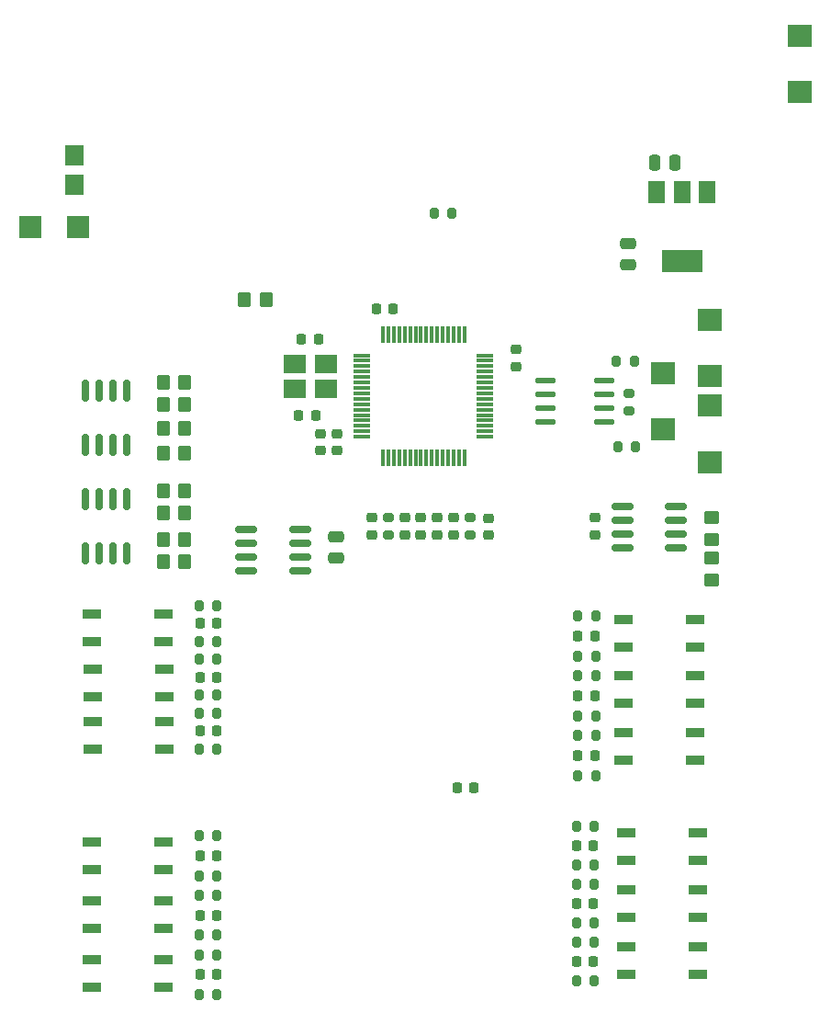
<source format=gbr>
%TF.GenerationSoftware,KiCad,Pcbnew,8.0.0-rc1-91-gb65fa46c3c*%
%TF.CreationDate,2024-02-01T16:18:31+08:00*%
%TF.ProjectId,_____,d0a8a736-612e-46b6-9963-61645f706362,rev?*%
%TF.SameCoordinates,Original*%
%TF.FileFunction,Paste,Top*%
%TF.FilePolarity,Positive*%
%FSLAX46Y46*%
G04 Gerber Fmt 4.6, Leading zero omitted, Abs format (unit mm)*
G04 Created by KiCad (PCBNEW 8.0.0-rc1-91-gb65fa46c3c) date 2024-02-01 16:18:31*
%MOMM*%
%LPD*%
G01*
G04 APERTURE LIST*
G04 Aperture macros list*
%AMRoundRect*
0 Rectangle with rounded corners*
0 $1 Rounding radius*
0 $2 $3 $4 $5 $6 $7 $8 $9 X,Y pos of 4 corners*
0 Add a 4 corners polygon primitive as box body*
4,1,4,$2,$3,$4,$5,$6,$7,$8,$9,$2,$3,0*
0 Add four circle primitives for the rounded corners*
1,1,$1+$1,$2,$3*
1,1,$1+$1,$4,$5*
1,1,$1+$1,$6,$7*
1,1,$1+$1,$8,$9*
0 Add four rect primitives between the rounded corners*
20,1,$1+$1,$2,$3,$4,$5,0*
20,1,$1+$1,$4,$5,$6,$7,0*
20,1,$1+$1,$6,$7,$8,$9,0*
20,1,$1+$1,$8,$9,$2,$3,0*%
G04 Aperture macros list end*
%ADD10RoundRect,0.200000X0.200000X0.275000X-0.200000X0.275000X-0.200000X-0.275000X0.200000X-0.275000X0*%
%ADD11RoundRect,0.225000X0.250000X-0.225000X0.250000X0.225000X-0.250000X0.225000X-0.250000X-0.225000X0*%
%ADD12RoundRect,0.225000X-0.250000X0.225000X-0.250000X-0.225000X0.250000X-0.225000X0.250000X0.225000X0*%
%ADD13RoundRect,0.200000X-0.200000X-0.275000X0.200000X-0.275000X0.200000X0.275000X-0.200000X0.275000X0*%
%ADD14RoundRect,0.218750X-0.218750X-0.256250X0.218750X-0.256250X0.218750X0.256250X-0.218750X0.256250X0*%
%ADD15RoundRect,0.218750X0.218750X0.256250X-0.218750X0.256250X-0.218750X-0.256250X0.218750X-0.256250X0*%
%ADD16RoundRect,0.250000X-0.450000X0.350000X-0.450000X-0.350000X0.450000X-0.350000X0.450000X0.350000X0*%
%ADD17RoundRect,0.250000X0.350000X0.450000X-0.350000X0.450000X-0.350000X-0.450000X0.350000X-0.450000X0*%
%ADD18R,2.000000X2.000000*%
%ADD19R,1.700000X0.950000*%
%ADD20R,2.241000X2.047500*%
%ADD21RoundRect,0.250000X-0.350000X-0.450000X0.350000X-0.450000X0.350000X0.450000X-0.350000X0.450000X0*%
%ADD22RoundRect,0.150000X0.150000X-0.825000X0.150000X0.825000X-0.150000X0.825000X-0.150000X-0.825000X0*%
%ADD23RoundRect,0.250000X-0.475000X0.250000X-0.475000X-0.250000X0.475000X-0.250000X0.475000X0.250000X0*%
%ADD24O,1.950000X0.568500*%
%ADD25R,1.728000X1.935000*%
%ADD26RoundRect,0.200000X0.275000X-0.200000X0.275000X0.200000X-0.275000X0.200000X-0.275000X-0.200000X0*%
%ADD27RoundRect,0.250000X0.475000X-0.250000X0.475000X0.250000X-0.475000X0.250000X-0.475000X-0.250000X0*%
%ADD28RoundRect,0.250000X-0.250000X-0.475000X0.250000X-0.475000X0.250000X0.475000X-0.250000X0.475000X0*%
%ADD29RoundRect,0.225000X-0.225000X-0.250000X0.225000X-0.250000X0.225000X0.250000X-0.225000X0.250000X0*%
%ADD30RoundRect,0.075000X-0.700000X-0.075000X0.700000X-0.075000X0.700000X0.075000X-0.700000X0.075000X0*%
%ADD31RoundRect,0.075000X-0.075000X-0.700000X0.075000X-0.700000X0.075000X0.700000X-0.075000X0.700000X0*%
%ADD32RoundRect,0.250000X0.450000X-0.350000X0.450000X0.350000X-0.450000X0.350000X-0.450000X-0.350000X0*%
%ADD33R,1.500000X2.000000*%
%ADD34R,3.800000X2.000000*%
%ADD35RoundRect,0.150000X0.825000X0.150000X-0.825000X0.150000X-0.825000X-0.150000X0.825000X-0.150000X0*%
%ADD36RoundRect,0.150000X-0.825000X-0.150000X0.825000X-0.150000X0.825000X0.150000X-0.825000X0.150000X0*%
%ADD37R,2.100000X1.800000*%
G04 APERTURE END LIST*
D10*
%TO.C,R22*%
X48387000Y-113145250D03*
X46737000Y-113145250D03*
%TD*%
D11*
%TO.C,C14*%
X57937000Y-73996000D03*
X57937000Y-72446000D03*
%TD*%
D10*
%TO.C,R29*%
X83289000Y-103927000D03*
X81639000Y-103927000D03*
%TD*%
D12*
%TO.C,C11*%
X75937000Y-64686000D03*
X75937000Y-66236000D03*
%TD*%
D13*
%TO.C,R28*%
X81537000Y-108579000D03*
X83187000Y-108579000D03*
%TD*%
D14*
%TO.C,D4*%
X46814500Y-122243375D03*
X48389500Y-122243375D03*
%TD*%
D15*
%TO.C,D8*%
X83107500Y-115710000D03*
X81532500Y-115710000D03*
%TD*%
D16*
%TO.C,R10*%
X93980000Y-83903000D03*
X93980000Y-85903000D03*
%TD*%
D10*
%TO.C,R27*%
X83187000Y-112155000D03*
X81537000Y-112155000D03*
%TD*%
D17*
%TO.C,R6*%
X45425000Y-71970000D03*
X43425000Y-71970000D03*
%TD*%
D11*
%TO.C,C16*%
X62687000Y-81736000D03*
X62687000Y-80186000D03*
%TD*%
D15*
%TO.C,D11*%
X83211500Y-96569000D03*
X81636500Y-96569000D03*
%TD*%
D18*
%TO.C,D17*%
X35601000Y-53381000D03*
X31201000Y-53381000D03*
%TD*%
D13*
%TO.C,R34*%
X81639000Y-89211000D03*
X83289000Y-89211000D03*
%TD*%
D10*
%TO.C,R16*%
X48384500Y-91587000D03*
X46734500Y-91587000D03*
%TD*%
D17*
%TO.C,R41*%
X52933600Y-60096400D03*
X50933600Y-60096400D03*
%TD*%
D19*
%TO.C,U17*%
X86106000Y-114433000D03*
X86106000Y-116973000D03*
X92706000Y-116973000D03*
X92706000Y-114433000D03*
%TD*%
D20*
%TO.C,D16*%
X93853000Y-69850000D03*
X93853000Y-75033000D03*
%TD*%
D12*
%TO.C,C12*%
X73437000Y-80196000D03*
X73437000Y-81746000D03*
%TD*%
D20*
%TO.C,D14*%
X89535000Y-72060500D03*
X89535000Y-66877500D03*
%TD*%
D14*
%TO.C,D1*%
X46812000Y-99812000D03*
X48387000Y-99812000D03*
%TD*%
D21*
%TO.C,R1*%
X43425000Y-67720000D03*
X45425000Y-67720000D03*
%TD*%
D17*
%TO.C,R8*%
X45425000Y-82220000D03*
X43425000Y-82220000D03*
%TD*%
D22*
%TO.C,U6*%
X36270000Y-73445000D03*
X37540000Y-73445000D03*
X38810000Y-73445000D03*
X40080000Y-73445000D03*
X40080000Y-68495000D03*
X38810000Y-68495000D03*
X37540000Y-68495000D03*
X36270000Y-68495000D03*
%TD*%
D23*
%TO.C,C6*%
X86250000Y-54950000D03*
X86250000Y-56850000D03*
%TD*%
D24*
%TO.C,U22*%
X78702000Y-67564000D03*
X78702000Y-68834000D03*
X78702000Y-70104000D03*
X78702000Y-71374000D03*
X84112000Y-71374000D03*
X84112000Y-70104000D03*
X84112000Y-68834000D03*
X84112000Y-67564000D03*
%TD*%
D25*
%TO.C,U9*%
X35208500Y-49500500D03*
X35208500Y-46765500D03*
%TD*%
D10*
%TO.C,R14*%
X48384500Y-101473000D03*
X46734500Y-101473000D03*
%TD*%
D14*
%TO.C,D6*%
X46814500Y-111309625D03*
X48389500Y-111309625D03*
%TD*%
D13*
%TO.C,R30*%
X81639000Y-100228000D03*
X83289000Y-100228000D03*
%TD*%
D15*
%TO.C,D12*%
X83211500Y-91060500D03*
X81636500Y-91060500D03*
%TD*%
D19*
%TO.C,U12*%
X43432000Y-91567000D03*
X43432000Y-89027000D03*
X36832000Y-89027000D03*
X36832000Y-91567000D03*
%TD*%
D26*
%TO.C,L2*%
X64187000Y-81786000D03*
X64187000Y-80136000D03*
%TD*%
D19*
%TO.C,U21*%
X85854000Y-89535000D03*
X85854000Y-92075000D03*
X92454000Y-92075000D03*
X92454000Y-89535000D03*
%TD*%
D10*
%TO.C,R20*%
X48387000Y-118612125D03*
X46737000Y-118612125D03*
%TD*%
%TO.C,R31*%
X83289000Y-98418500D03*
X81639000Y-98418500D03*
%TD*%
%TO.C,R15*%
X48384500Y-96530000D03*
X46734500Y-96530000D03*
%TD*%
D19*
%TO.C,U10*%
X43559000Y-101473000D03*
X43559000Y-98933000D03*
X36959000Y-98933000D03*
X36959000Y-101473000D03*
%TD*%
D11*
%TO.C,C20*%
X83230000Y-81728000D03*
X83230000Y-80178000D03*
%TD*%
D15*
%TO.C,D10*%
X83211500Y-102077500D03*
X81636500Y-102077500D03*
%TD*%
D13*
%TO.C,R17*%
X46737000Y-120407750D03*
X48387000Y-120407750D03*
%TD*%
D14*
%TO.C,D3*%
X46812000Y-89926000D03*
X48387000Y-89926000D03*
%TD*%
D13*
%TO.C,R24*%
X81537000Y-119266000D03*
X83187000Y-119266000D03*
%TD*%
D27*
%TO.C,C15*%
X59399000Y-83866000D03*
X59399000Y-81966000D03*
%TD*%
D17*
%TO.C,R2*%
X45425000Y-69720000D03*
X43425000Y-69720000D03*
%TD*%
D10*
%TO.C,R18*%
X48387000Y-124079000D03*
X46737000Y-124079000D03*
%TD*%
D28*
%TO.C,C5*%
X88712000Y-47498000D03*
X90612000Y-47498000D03*
%TD*%
D11*
%TO.C,C13*%
X59437000Y-73996000D03*
X59437000Y-72446000D03*
%TD*%
D10*
%TO.C,R23*%
X83187000Y-122842000D03*
X81537000Y-122842000D03*
%TD*%
D17*
%TO.C,R4*%
X45425000Y-79720000D03*
X43425000Y-79720000D03*
%TD*%
D29*
%TO.C,C10*%
X63093000Y-60960000D03*
X64643000Y-60960000D03*
%TD*%
D13*
%TO.C,R32*%
X81639000Y-94719500D03*
X83289000Y-94719500D03*
%TD*%
D19*
%TO.C,U14*%
X43432000Y-117990000D03*
X43432000Y-115450000D03*
X36832000Y-115450000D03*
X36832000Y-117990000D03*
%TD*%
D13*
%TO.C,R13*%
X46734500Y-88265000D03*
X48384500Y-88265000D03*
%TD*%
D29*
%TO.C,C22*%
X56162000Y-63721000D03*
X57712000Y-63721000D03*
%TD*%
D12*
%TO.C,C8*%
X70187000Y-80186000D03*
X70187000Y-81736000D03*
%TD*%
D29*
%TO.C,C23*%
X55912000Y-70721000D03*
X57462000Y-70721000D03*
%TD*%
D13*
%TO.C,R35*%
X46734500Y-98151000D03*
X48384500Y-98151000D03*
%TD*%
D21*
%TO.C,R7*%
X43425000Y-84220000D03*
X45425000Y-84220000D03*
%TD*%
D19*
%TO.C,U20*%
X85854000Y-94742000D03*
X85854000Y-97282000D03*
X92454000Y-97282000D03*
X92454000Y-94742000D03*
%TD*%
D13*
%TO.C,R11*%
X68421000Y-52114000D03*
X70071000Y-52114000D03*
%TD*%
D10*
%TO.C,R38*%
X86868000Y-65786000D03*
X85218000Y-65786000D03*
%TD*%
D30*
%TO.C,U3*%
X61762000Y-65211000D03*
X61762000Y-65711000D03*
X61762000Y-66211000D03*
X61762000Y-66711000D03*
X61762000Y-67211000D03*
X61762000Y-67711000D03*
X61762000Y-68211000D03*
X61762000Y-68711000D03*
X61762000Y-69211000D03*
X61762000Y-69711000D03*
X61762000Y-70211000D03*
X61762000Y-70711000D03*
X61762000Y-71211000D03*
X61762000Y-71711000D03*
X61762000Y-72211000D03*
X61762000Y-72711000D03*
D31*
X63687000Y-74636000D03*
X64187000Y-74636000D03*
X64687000Y-74636000D03*
X65187000Y-74636000D03*
X65687000Y-74636000D03*
X66187000Y-74636000D03*
X66687000Y-74636000D03*
X67187000Y-74636000D03*
X67687000Y-74636000D03*
X68187000Y-74636000D03*
X68687000Y-74636000D03*
X69187000Y-74636000D03*
X69687000Y-74636000D03*
X70187000Y-74636000D03*
X70687000Y-74636000D03*
X71187000Y-74636000D03*
D30*
X73112000Y-72711000D03*
X73112000Y-72211000D03*
X73112000Y-71711000D03*
X73112000Y-71211000D03*
X73112000Y-70711000D03*
X73112000Y-70211000D03*
X73112000Y-69711000D03*
X73112000Y-69211000D03*
X73112000Y-68711000D03*
X73112000Y-68211000D03*
X73112000Y-67711000D03*
X73112000Y-67211000D03*
X73112000Y-66711000D03*
X73112000Y-66211000D03*
X73112000Y-65711000D03*
X73112000Y-65211000D03*
D31*
X71187000Y-63286000D03*
X70687000Y-63286000D03*
X70187000Y-63286000D03*
X69687000Y-63286000D03*
X69187000Y-63286000D03*
X68687000Y-63286000D03*
X68187000Y-63286000D03*
X67687000Y-63286000D03*
X67187000Y-63286000D03*
X66687000Y-63286000D03*
X66187000Y-63286000D03*
X65687000Y-63286000D03*
X65187000Y-63286000D03*
X64687000Y-63286000D03*
X64187000Y-63286000D03*
X63687000Y-63286000D03*
%TD*%
D10*
%TO.C,R33*%
X83289000Y-92910000D03*
X81639000Y-92910000D03*
%TD*%
D26*
%TO.C,L1*%
X71687000Y-81796000D03*
X71687000Y-80146000D03*
%TD*%
D13*
%TO.C,R21*%
X46737000Y-109474000D03*
X48387000Y-109474000D03*
%TD*%
D19*
%TO.C,U19*%
X85854000Y-99949000D03*
X85854000Y-102489000D03*
X92454000Y-102489000D03*
X92454000Y-99949000D03*
%TD*%
D13*
%TO.C,R12*%
X46734500Y-93208000D03*
X48384500Y-93208000D03*
%TD*%
D20*
%TO.C,D15*%
X93853000Y-61924500D03*
X93853000Y-67107500D03*
%TD*%
D13*
%TO.C,R19*%
X46737000Y-114940875D03*
X48387000Y-114940875D03*
%TD*%
%TO.C,R26*%
X81535000Y-113922000D03*
X83185000Y-113922000D03*
%TD*%
D15*
%TO.C,D9*%
X83109500Y-110367000D03*
X81534500Y-110367000D03*
%TD*%
D11*
%TO.C,C18*%
X65687000Y-81736000D03*
X65687000Y-80186000D03*
%TD*%
D29*
%TO.C,C21*%
X70499000Y-105000000D03*
X72049000Y-105000000D03*
%TD*%
D10*
%TO.C,R25*%
X83185000Y-117498000D03*
X81535000Y-117498000D03*
%TD*%
D26*
%TO.C,R40*%
X86360000Y-70357000D03*
X86360000Y-68707000D03*
%TD*%
D19*
%TO.C,U18*%
X86108000Y-109220000D03*
X86108000Y-111760000D03*
X92708000Y-111760000D03*
X92708000Y-109220000D03*
%TD*%
D12*
%TO.C,C9*%
X68687000Y-80186000D03*
X68687000Y-81736000D03*
%TD*%
D19*
%TO.C,U11*%
X43559000Y-96647000D03*
X43559000Y-94107000D03*
X36959000Y-94107000D03*
X36959000Y-96647000D03*
%TD*%
D21*
%TO.C,R5*%
X43425000Y-74220000D03*
X45425000Y-74220000D03*
%TD*%
D15*
%TO.C,D7*%
X83109500Y-121054000D03*
X81534500Y-121054000D03*
%TD*%
D19*
%TO.C,U15*%
X43432000Y-112536000D03*
X43432000Y-109996000D03*
X36832000Y-109996000D03*
X36832000Y-112536000D03*
%TD*%
D13*
%TO.C,R39*%
X85345000Y-73660000D03*
X86995000Y-73660000D03*
%TD*%
D32*
%TO.C,R9*%
X93980000Y-82153000D03*
X93980000Y-80153000D03*
%TD*%
D11*
%TO.C,C17*%
X67187000Y-81736000D03*
X67187000Y-80186000D03*
%TD*%
D21*
%TO.C,R3*%
X43425000Y-77724000D03*
X45425000Y-77724000D03*
%TD*%
D22*
%TO.C,U5*%
X36270000Y-83445000D03*
X37540000Y-83445000D03*
X38810000Y-83445000D03*
X40080000Y-83445000D03*
X40080000Y-78495000D03*
X38810000Y-78495000D03*
X37540000Y-78495000D03*
X36270000Y-78495000D03*
%TD*%
D33*
%TO.C,U2*%
X93550000Y-50200000D03*
X91250000Y-50200000D03*
X88950000Y-50200000D03*
D34*
X91250000Y-56500000D03*
%TD*%
D35*
%TO.C,U4*%
X56054000Y-85071000D03*
X56054000Y-83801000D03*
X56054000Y-82531000D03*
X56054000Y-81261000D03*
X51104000Y-81261000D03*
X51104000Y-82531000D03*
X51104000Y-83801000D03*
X51104000Y-85071000D03*
%TD*%
D36*
%TO.C,U7*%
X85780000Y-79168000D03*
X85780000Y-80438000D03*
X85780000Y-81708000D03*
X85780000Y-82978000D03*
X90730000Y-82978000D03*
X90730000Y-81708000D03*
X90730000Y-80438000D03*
X90730000Y-79168000D03*
%TD*%
D20*
%TO.C,D18*%
X102108000Y-35762500D03*
X102108000Y-40945500D03*
%TD*%
D37*
%TO.C,Y1*%
X55537000Y-68271000D03*
X58437000Y-68271000D03*
X58437000Y-65971000D03*
X55537000Y-65971000D03*
%TD*%
D19*
%TO.C,U13*%
X43432000Y-123444000D03*
X43432000Y-120904000D03*
X36832000Y-120904000D03*
X36832000Y-123444000D03*
%TD*%
D14*
%TO.C,D2*%
X46812000Y-94869000D03*
X48387000Y-94869000D03*
%TD*%
D19*
%TO.C,U16*%
X86108000Y-119647000D03*
X86108000Y-122187000D03*
X92708000Y-122187000D03*
X92708000Y-119647000D03*
%TD*%
D14*
%TO.C,D5*%
X46814500Y-116776500D03*
X48389500Y-116776500D03*
%TD*%
M02*

</source>
